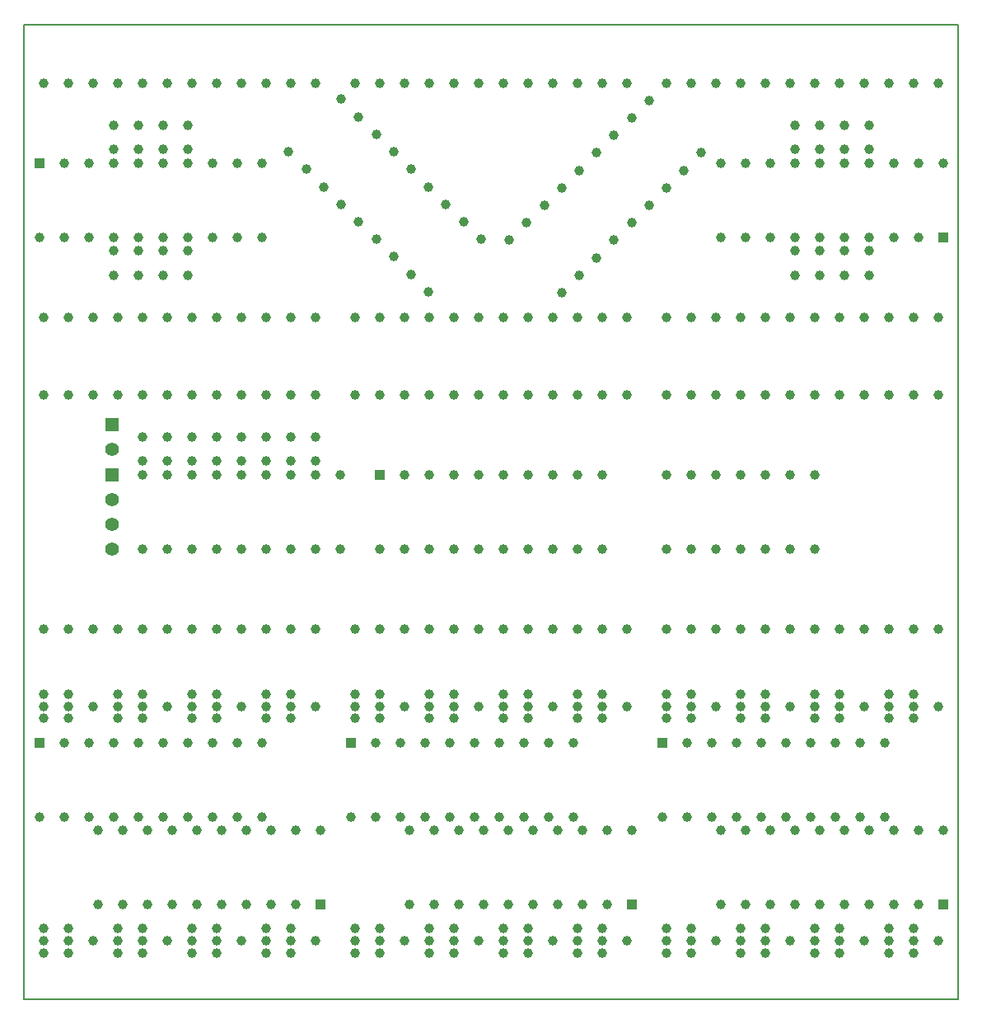
<source format=gts>
G04 (created by PCBNEW (2013-07-07 BZR 4022)-stable) date 2/5/2014 11:08:06 AM*
%MOIN*%
G04 Gerber Fmt 3.4, Leading zero omitted, Abs format*
%FSLAX34Y34*%
G01*
G70*
G90*
G04 APERTURE LIST*
%ADD10C,0.00590551*%
%ADD11C,0.0393701*%
%ADD12R,0.0393701X0.0393701*%
%ADD13R,0.055X0.055*%
%ADD14C,0.055*%
G04 APERTURE END LIST*
G54D10*
X6299Y-45275D02*
X6299Y-5905D01*
X44094Y-45275D02*
X6299Y-45275D01*
X44094Y-5905D02*
X44094Y-45275D01*
X6299Y-5905D02*
X44094Y-5905D01*
G54D11*
X38291Y-27085D03*
X37291Y-27085D03*
X36291Y-27085D03*
X35291Y-27085D03*
X34291Y-27085D03*
X33291Y-27085D03*
X32295Y-27085D03*
X32295Y-24085D03*
X33291Y-24085D03*
X34291Y-24085D03*
X35291Y-24085D03*
X36291Y-24085D03*
X37291Y-24085D03*
X38291Y-24085D03*
X37503Y-10935D03*
X37503Y-9951D03*
X38503Y-10935D03*
X38503Y-9951D03*
X39503Y-10935D03*
X39503Y-9951D03*
X40503Y-10935D03*
X40503Y-9951D03*
X18094Y-23535D03*
X18094Y-22551D03*
X17094Y-23535D03*
X17094Y-22551D03*
X16094Y-23535D03*
X16094Y-22551D03*
X15094Y-23535D03*
X15094Y-22551D03*
X14094Y-23535D03*
X14094Y-22551D03*
X13094Y-23535D03*
X13094Y-22551D03*
X12094Y-23535D03*
X12094Y-22551D03*
X11094Y-23535D03*
X11094Y-22551D03*
X37503Y-15035D03*
X37503Y-16019D03*
X38503Y-15035D03*
X38503Y-16019D03*
X39503Y-15035D03*
X39503Y-16019D03*
X40503Y-15035D03*
X40503Y-16019D03*
X12917Y-10935D03*
X12917Y-9951D03*
X11917Y-10935D03*
X11917Y-9951D03*
X10917Y-10935D03*
X10917Y-9951D03*
X9917Y-10935D03*
X9917Y-9951D03*
X12917Y-15035D03*
X12917Y-16019D03*
X11917Y-15035D03*
X11917Y-16019D03*
X10917Y-15035D03*
X10917Y-16019D03*
X9917Y-15035D03*
X9917Y-16019D03*
X22661Y-16684D03*
X21954Y-15977D03*
X21247Y-15270D03*
X20540Y-14563D03*
X19833Y-13855D03*
X19125Y-13148D03*
X18418Y-12441D03*
X17711Y-11734D03*
X17004Y-11027D03*
X19125Y-8906D03*
X19833Y-9613D03*
X20540Y-10320D03*
X21247Y-11027D03*
X21954Y-11734D03*
X22661Y-12441D03*
X23368Y-13148D03*
X24075Y-13855D03*
X24782Y-14563D03*
X11094Y-24090D03*
X12094Y-24090D03*
X13094Y-24090D03*
X14094Y-24090D03*
X15094Y-24090D03*
X16094Y-24090D03*
X17094Y-24090D03*
X18094Y-24090D03*
X19094Y-24090D03*
X19094Y-27090D03*
X18094Y-27090D03*
X17094Y-27090D03*
X16094Y-27090D03*
X15094Y-27090D03*
X14094Y-27090D03*
X13094Y-27090D03*
X12094Y-27090D03*
X11094Y-27090D03*
X33706Y-11067D03*
X32999Y-11774D03*
X32292Y-12481D03*
X31585Y-13188D03*
X30877Y-13896D03*
X30170Y-14603D03*
X29463Y-15310D03*
X28756Y-16017D03*
X28049Y-16724D03*
X25928Y-14603D03*
X26635Y-13896D03*
X27342Y-13188D03*
X28049Y-12481D03*
X28756Y-11774D03*
X29463Y-11067D03*
X30170Y-10360D03*
X30877Y-9653D03*
X31585Y-8946D03*
G54D12*
X6917Y-11492D03*
G54D11*
X7917Y-11492D03*
X8917Y-11492D03*
X9917Y-11492D03*
X10917Y-11492D03*
X11917Y-11492D03*
X12917Y-11492D03*
X13917Y-11492D03*
X14917Y-11492D03*
X15917Y-11492D03*
X6917Y-14492D03*
X7917Y-14492D03*
X8917Y-14492D03*
X9917Y-14492D03*
X10917Y-14492D03*
X11917Y-14492D03*
X12917Y-14492D03*
X13917Y-14492D03*
X14917Y-14492D03*
X15917Y-14492D03*
G54D12*
X19515Y-34917D03*
G54D11*
X20515Y-34917D03*
X21515Y-34917D03*
X22515Y-34917D03*
X23515Y-34917D03*
X24515Y-34917D03*
X25515Y-34917D03*
X26515Y-34917D03*
X27515Y-34917D03*
X28515Y-34917D03*
X19515Y-37917D03*
X20515Y-37917D03*
X21515Y-37917D03*
X22515Y-37917D03*
X23515Y-37917D03*
X24515Y-37917D03*
X25515Y-37917D03*
X26515Y-37917D03*
X27515Y-37917D03*
X28515Y-37917D03*
G54D12*
X30877Y-41460D03*
G54D11*
X29877Y-41460D03*
X28877Y-41460D03*
X27877Y-41460D03*
X26877Y-41460D03*
X25877Y-41460D03*
X24877Y-41460D03*
X23877Y-41460D03*
X22877Y-41460D03*
X21877Y-41460D03*
X30877Y-38460D03*
X29877Y-38460D03*
X28877Y-38460D03*
X27877Y-38460D03*
X26877Y-38460D03*
X25877Y-38460D03*
X24877Y-38460D03*
X23877Y-38460D03*
X22877Y-38460D03*
X21877Y-38460D03*
G54D12*
X32114Y-34917D03*
G54D11*
X33114Y-34917D03*
X34114Y-34917D03*
X35114Y-34917D03*
X36114Y-34917D03*
X37114Y-34917D03*
X38114Y-34917D03*
X39114Y-34917D03*
X40114Y-34917D03*
X41114Y-34917D03*
X32114Y-37917D03*
X33114Y-37917D03*
X34114Y-37917D03*
X35114Y-37917D03*
X36114Y-37917D03*
X37114Y-37917D03*
X38114Y-37917D03*
X39114Y-37917D03*
X40114Y-37917D03*
X41114Y-37917D03*
G54D12*
X43476Y-41460D03*
G54D11*
X42476Y-41460D03*
X41476Y-41460D03*
X40476Y-41460D03*
X39476Y-41460D03*
X38476Y-41460D03*
X37476Y-41460D03*
X36476Y-41460D03*
X35476Y-41460D03*
X34476Y-41460D03*
X43476Y-38460D03*
X42476Y-38460D03*
X41476Y-38460D03*
X40476Y-38460D03*
X39476Y-38460D03*
X38476Y-38460D03*
X37476Y-38460D03*
X36476Y-38460D03*
X35476Y-38460D03*
X34476Y-38460D03*
G54D12*
X18279Y-41460D03*
G54D11*
X17279Y-41460D03*
X16279Y-41460D03*
X15279Y-41460D03*
X14279Y-41460D03*
X13279Y-41460D03*
X12279Y-41460D03*
X11279Y-41460D03*
X10279Y-41460D03*
X9279Y-41460D03*
X18279Y-38460D03*
X17279Y-38460D03*
X16279Y-38460D03*
X15279Y-38460D03*
X14279Y-38460D03*
X13279Y-38460D03*
X12279Y-38460D03*
X11279Y-38460D03*
X10279Y-38460D03*
X9279Y-38460D03*
G54D12*
X43503Y-14492D03*
G54D11*
X42503Y-14492D03*
X41503Y-14492D03*
X40503Y-14492D03*
X39503Y-14492D03*
X38503Y-14492D03*
X37503Y-14492D03*
X36503Y-14492D03*
X35503Y-14492D03*
X34503Y-14492D03*
X43503Y-11492D03*
X42503Y-11492D03*
X41503Y-11492D03*
X40503Y-11492D03*
X39503Y-11492D03*
X38503Y-11492D03*
X37503Y-11492D03*
X36503Y-11492D03*
X35503Y-11492D03*
X34503Y-11492D03*
G54D12*
X20692Y-24090D03*
G54D11*
X21692Y-24090D03*
X22692Y-24090D03*
X23692Y-24090D03*
X24692Y-24090D03*
X25692Y-24090D03*
X26692Y-24090D03*
X27692Y-24090D03*
X28692Y-24090D03*
X29692Y-24090D03*
X20692Y-27090D03*
X21692Y-27090D03*
X22692Y-27090D03*
X23692Y-27090D03*
X24692Y-27090D03*
X25692Y-27090D03*
X26692Y-27090D03*
X27692Y-27090D03*
X28692Y-27090D03*
X29692Y-27090D03*
G54D12*
X6917Y-34917D03*
G54D11*
X7917Y-34917D03*
X8917Y-34917D03*
X9917Y-34917D03*
X10917Y-34917D03*
X11917Y-34917D03*
X12917Y-34917D03*
X13917Y-34917D03*
X14917Y-34917D03*
X15917Y-34917D03*
X6917Y-37917D03*
X7917Y-37917D03*
X8917Y-37917D03*
X9917Y-37917D03*
X10917Y-37917D03*
X11917Y-37917D03*
X12917Y-37917D03*
X13917Y-37917D03*
X14917Y-37917D03*
X15917Y-37917D03*
G54D13*
X9842Y-22047D03*
G54D14*
X9842Y-23047D03*
G54D11*
X19696Y-32956D03*
X19696Y-33940D03*
X14094Y-42437D03*
X14094Y-43421D03*
X20692Y-42437D03*
X20692Y-43421D03*
X23692Y-42437D03*
X23692Y-43421D03*
X26692Y-42437D03*
X26692Y-43421D03*
X29692Y-42437D03*
X29692Y-43421D03*
X29692Y-32956D03*
X29692Y-33940D03*
X26692Y-32956D03*
X26692Y-33940D03*
X23692Y-32956D03*
X23692Y-33940D03*
X20692Y-32956D03*
X20692Y-33940D03*
X11094Y-42437D03*
X11094Y-43421D03*
X32291Y-42437D03*
X32291Y-43421D03*
X35291Y-42437D03*
X35291Y-43421D03*
X38291Y-42437D03*
X38291Y-43421D03*
X41291Y-42437D03*
X41291Y-43421D03*
X41291Y-32956D03*
X41291Y-33940D03*
X38291Y-32956D03*
X38291Y-33940D03*
X35291Y-32956D03*
X35291Y-33940D03*
X32295Y-32956D03*
X32295Y-33940D03*
X8094Y-42437D03*
X8094Y-43421D03*
X11094Y-32956D03*
X11094Y-33940D03*
X8094Y-32956D03*
X8094Y-33940D03*
X14094Y-32956D03*
X14094Y-33940D03*
X17094Y-32956D03*
X17094Y-33940D03*
X17094Y-42437D03*
X17094Y-43421D03*
X19692Y-42437D03*
X19692Y-43421D03*
X22692Y-42437D03*
X22692Y-43421D03*
X25692Y-42437D03*
X25692Y-43421D03*
X28692Y-42437D03*
X28692Y-43421D03*
X28692Y-32956D03*
X28692Y-33940D03*
X25692Y-32956D03*
X25692Y-33940D03*
X22692Y-32956D03*
X22692Y-33940D03*
X10094Y-42437D03*
X10094Y-43421D03*
X13094Y-42437D03*
X13094Y-43421D03*
X16094Y-42437D03*
X16094Y-43421D03*
X13094Y-32956D03*
X13094Y-33940D03*
X16094Y-32956D03*
X16094Y-33940D03*
X33291Y-42437D03*
X33291Y-43421D03*
X36291Y-42437D03*
X36291Y-43421D03*
X39291Y-42437D03*
X39291Y-43421D03*
X42291Y-42437D03*
X42291Y-43421D03*
X42291Y-32956D03*
X42291Y-33940D03*
X39291Y-32956D03*
X39291Y-33940D03*
X36291Y-32956D03*
X36291Y-33940D03*
X33291Y-32956D03*
X33291Y-33940D03*
X7098Y-32956D03*
X7098Y-33940D03*
X7094Y-42437D03*
X7094Y-43421D03*
X10094Y-32956D03*
X10094Y-33940D03*
G54D13*
X9842Y-24090D03*
G54D14*
X9842Y-25090D03*
X9842Y-26090D03*
X9842Y-27090D03*
G54D11*
X7098Y-17716D03*
X8094Y-17716D03*
X9094Y-17716D03*
X10094Y-17716D03*
X11094Y-17716D03*
X12094Y-17716D03*
X13094Y-17716D03*
X14094Y-17716D03*
X15094Y-17716D03*
X16094Y-17716D03*
X17094Y-17716D03*
X18094Y-17716D03*
X18094Y-8267D03*
X17094Y-8267D03*
X16094Y-8267D03*
X15094Y-8267D03*
X14094Y-8267D03*
X13094Y-8267D03*
X12094Y-8267D03*
X11094Y-8267D03*
X10094Y-8267D03*
X9094Y-8267D03*
X8094Y-8267D03*
X7098Y-8267D03*
X32295Y-17716D03*
X33291Y-17716D03*
X34291Y-17716D03*
X35291Y-17716D03*
X36291Y-17716D03*
X37291Y-17716D03*
X38291Y-17716D03*
X39291Y-17716D03*
X40291Y-17716D03*
X41291Y-17716D03*
X42291Y-17716D03*
X43291Y-17716D03*
X43291Y-8267D03*
X42291Y-8267D03*
X41291Y-8267D03*
X40291Y-8267D03*
X39291Y-8267D03*
X38291Y-8267D03*
X37291Y-8267D03*
X36291Y-8267D03*
X35291Y-8267D03*
X34291Y-8267D03*
X33291Y-8267D03*
X32295Y-8267D03*
X19696Y-30314D03*
X20692Y-30314D03*
X21692Y-30314D03*
X22692Y-30314D03*
X23692Y-30314D03*
X24692Y-30314D03*
X25692Y-30314D03*
X26692Y-30314D03*
X27692Y-30314D03*
X28692Y-30314D03*
X29692Y-30314D03*
X30692Y-30314D03*
X30692Y-20866D03*
X29692Y-20866D03*
X28692Y-20866D03*
X27692Y-20866D03*
X26692Y-20866D03*
X25692Y-20866D03*
X24692Y-20866D03*
X23692Y-20866D03*
X22692Y-20866D03*
X21692Y-20866D03*
X20692Y-20866D03*
X19696Y-20866D03*
X32295Y-30314D03*
X33291Y-30314D03*
X34291Y-30314D03*
X35291Y-30314D03*
X36291Y-30314D03*
X37291Y-30314D03*
X38291Y-30314D03*
X39291Y-30314D03*
X40291Y-30314D03*
X41291Y-30314D03*
X42291Y-30314D03*
X43291Y-30314D03*
X43291Y-20866D03*
X42291Y-20866D03*
X41291Y-20866D03*
X40291Y-20866D03*
X39291Y-20866D03*
X38291Y-20866D03*
X37291Y-20866D03*
X36291Y-20866D03*
X35291Y-20866D03*
X34291Y-20866D03*
X33291Y-20866D03*
X32295Y-20866D03*
X7098Y-42913D03*
X8094Y-42913D03*
X9094Y-42913D03*
X10094Y-42913D03*
X11094Y-42913D03*
X12094Y-42913D03*
X13094Y-42913D03*
X14094Y-42913D03*
X15094Y-42913D03*
X16094Y-42913D03*
X17094Y-42913D03*
X18094Y-42913D03*
X18094Y-33464D03*
X17094Y-33464D03*
X16094Y-33464D03*
X15094Y-33464D03*
X14094Y-33464D03*
X13094Y-33464D03*
X12094Y-33464D03*
X11094Y-33464D03*
X10094Y-33464D03*
X9094Y-33464D03*
X8094Y-33464D03*
X7098Y-33464D03*
X19696Y-17716D03*
X20692Y-17716D03*
X21692Y-17716D03*
X22692Y-17716D03*
X23692Y-17716D03*
X24692Y-17716D03*
X25692Y-17716D03*
X26692Y-17716D03*
X27692Y-17716D03*
X28692Y-17716D03*
X29692Y-17716D03*
X30692Y-17716D03*
X30692Y-8267D03*
X29692Y-8267D03*
X28692Y-8267D03*
X27692Y-8267D03*
X26692Y-8267D03*
X25692Y-8267D03*
X24692Y-8267D03*
X23692Y-8267D03*
X22692Y-8267D03*
X21692Y-8267D03*
X20692Y-8267D03*
X19696Y-8267D03*
X19696Y-42913D03*
X20692Y-42913D03*
X21692Y-42913D03*
X22692Y-42913D03*
X23692Y-42913D03*
X24692Y-42913D03*
X25692Y-42913D03*
X26692Y-42913D03*
X27692Y-42913D03*
X28692Y-42913D03*
X29692Y-42913D03*
X30692Y-42913D03*
X30692Y-33464D03*
X29692Y-33464D03*
X28692Y-33464D03*
X27692Y-33464D03*
X26692Y-33464D03*
X25692Y-33464D03*
X24692Y-33464D03*
X23692Y-33464D03*
X22692Y-33464D03*
X21692Y-33464D03*
X20692Y-33464D03*
X19696Y-33464D03*
X32295Y-42913D03*
X33291Y-42913D03*
X34291Y-42913D03*
X35291Y-42913D03*
X36291Y-42913D03*
X37291Y-42913D03*
X38291Y-42913D03*
X39291Y-42913D03*
X40291Y-42913D03*
X41291Y-42913D03*
X42291Y-42913D03*
X43291Y-42913D03*
X43291Y-33464D03*
X42291Y-33464D03*
X41291Y-33464D03*
X40291Y-33464D03*
X39291Y-33464D03*
X38291Y-33464D03*
X37291Y-33464D03*
X36291Y-33464D03*
X35291Y-33464D03*
X34291Y-33464D03*
X33291Y-33464D03*
X32295Y-33464D03*
X7098Y-30314D03*
X8094Y-30314D03*
X9094Y-30314D03*
X10094Y-30314D03*
X11094Y-30314D03*
X12094Y-30314D03*
X13094Y-30314D03*
X14094Y-30314D03*
X15094Y-30314D03*
X16094Y-30314D03*
X17094Y-30314D03*
X18094Y-30314D03*
X18094Y-20866D03*
X17094Y-20866D03*
X16094Y-20866D03*
X15094Y-20866D03*
X14094Y-20866D03*
X13094Y-20866D03*
X12094Y-20866D03*
X11094Y-20866D03*
X10094Y-20866D03*
X9094Y-20866D03*
X8094Y-20866D03*
X7098Y-20866D03*
M02*

</source>
